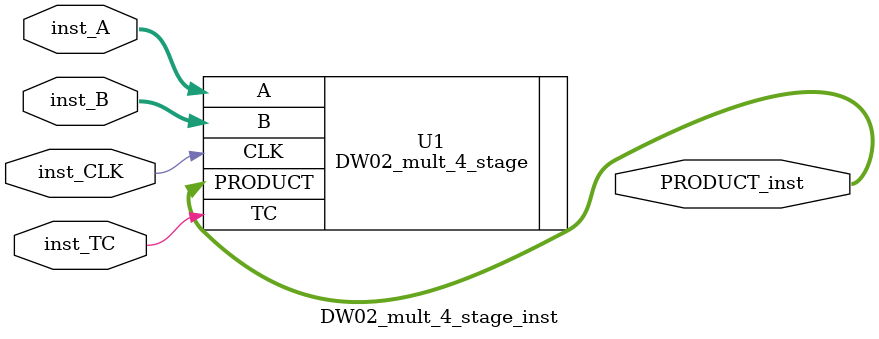
<source format=v>
module DW02_mult_4_stage_inst( inst_A, inst_B, inst_TC, 
                               inst_CLK, PRODUCT_inst );

  parameter A_width = 8;
  parameter B_width = 8;


  input [A_width-1 : 0] inst_A;
  input [B_width-1 : 0] inst_B;
  input inst_TC;
  input inst_CLK;
  output [A_width+B_width-1 : 0] PRODUCT_inst;

  // Instance of DW02_mult_4_stage
  DW02_mult_4_stage #(A_width, B_width)
    U1 ( .A(inst_A),   .B(inst_B),   .TC(inst_TC), 
         .CLK(inst_CLK),   .PRODUCT(PRODUCT_inst) );

endmodule

</source>
